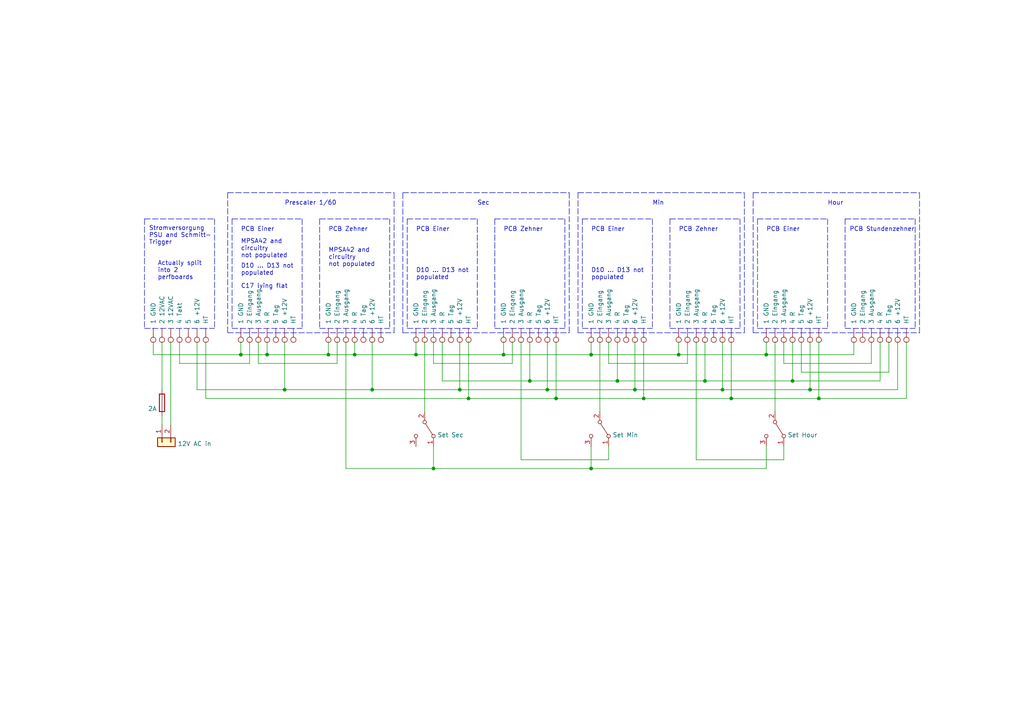
<source format=kicad_sch>
(kicad_sch (version 20211123) (generator eeschema)
  (paper "A4")
  (lib_symbols
    (symbol "Connector:TestPoint" (pin_numbers hide) (pin_names (offset 0.762) hide)
      (property "Reference" "TP" (at 0 6.858 0))
      (property "Value" "TestPoint" (at 0 5.08 0))
      (symbol "TestPoint_0_1"
        (circle (center 0 3.302) (radius 0.762))
      )
      (symbol "TestPoint_1_1"
        (pin passive line (at 0 0 90) (length 2.54) (name "1") (number "1"))
      )
    )
    (symbol "Connector_Generic:Conn_01x02" (pin_names (offset 1.016) hide)
      (property "Reference" "J" (at 0 2.54 0))
      (property "Value" "Conn_01x02" (at 0 -5.08 0))
      (symbol "Conn_01x02_1_1"
        (rectangle (start -1.27 -2.413) (end 0 -2.667) (stroke (width 0.1524)))
        (rectangle (start -1.27 0.127) (end 0 -0.127) (stroke (width 0.1524)))
        (rectangle (start -1.27 1.27) (end 1.27 -3.81) (stroke (width 0.254)) (fill (type background)))
        (pin passive line (at -5.08 0 0) (length 3.81) (name "Pin_1") (number "1"))
        (pin passive line (at -5.08 -2.54 0) (length 3.81) (name "Pin_2") (number "2"))
      )
    )
    (symbol "Device:Fuse" (pin_numbers hide) (pin_names (offset 0))
      (property "Reference" "F" (at 2.032 0 90))
      (property "Value" "Fuse" (at -1.905 0 90))
      (symbol "Fuse_0_1"
        (rectangle (start -0.762 -2.54) (end 0.762 2.54) (stroke (width 0.254)))
        (polyline (pts (xy 0 2.54) (xy 0 -2.54)))
      )
      (symbol "Fuse_1_1"
        (pin passive line (at 0 3.81 270) (length 1.27) (name "~") (number "1"))
        (pin passive line (at 0 -3.81 90) (length 1.27) (name "~") (number "2"))
      )
    )
    (symbol "Switch:SW_DPDT_x2" (pin_names (offset 0) hide)
      (property "Reference" "SW" (at 0 4.318 0))
      (property "Value" "SW_DPDT_x2" (at 0 -5.08 0))
      (symbol "SW_DPDT_x2_0_0"
        (circle (center -2.032 0) (radius 0.508))
        (circle (center 2.032 -2.54) (radius 0.508))
      )
      (symbol "SW_DPDT_x2_0_1"
        (polyline (pts (xy -1.524 0.254) (xy 1.651 2.286)))
        (circle (center 2.032 2.54) (radius 0.508))
      )
      (symbol "SW_DPDT_x2_1_1"
        (pin passive line (at 5.08 2.54 180) (length 2.54) (name "A") (number "1"))
        (pin passive line (at -5.08 0 0) (length 2.54) (name "B") (number "2"))
        (pin passive line (at 5.08 -2.54 180) (length 2.54) (name "C") (number "3"))
      )
      (symbol "SW_DPDT_x2_2_1"
        (pin passive line (at 5.08 2.54 180) (length 2.54) (name "A") (number "4"))
        (pin passive line (at -5.08 0 0) (length 2.54) (name "B") (number "5"))
        (pin passive line (at 5.08 -2.54 180) (length 2.54) (name "C") (number "6"))
      )
    )
  )
  (junction (at 107.95 113.03))
  (junction (at 120.65 102.87))
  (junction (at 82.55 113.03))
  (junction (at 153.67 110.49))
  (junction (at 186.69 115.57))
  (junction (at 209.55 113.03))
  (junction (at 158.75 113.03))
  (junction (at 125.73 135.89))
  (junction (at 237.49 115.57))
  (junction (at 229.87 110.49))
  (junction (at 77.47 102.87))
  (junction (at 146.05 102.87))
  (junction (at 161.29 115.57))
  (junction (at 234.95 113.03))
  (junction (at 179.07 110.49))
  (junction (at 95.25 102.87))
  (junction (at 69.85 102.87))
  (junction (at 133.35 113.03))
  (junction (at 222.25 102.87))
  (junction (at 171.45 135.89))
  (junction (at 196.85 102.87))
  (junction (at 102.87 102.87))
  (junction (at 184.15 113.03))
  (junction (at 204.47 110.49))
  (junction (at 135.89 115.57))
  (junction (at 171.45 102.87))
  (junction (at 212.09 115.57))
  (polyline (pts (xy 41.91 74.93) (xy 41.91 95.25)))
  (polyline (pts (xy 167.64 96.52) (xy 215.9 96.52)))
  (polyline (pts (xy 66.04 55.88) (xy 114.3 55.88)))
  (polyline (pts (xy 219.71 95.25) (xy 236.22 95.25)))
  (polyline (pts (xy 66.04 55.88) (xy 66.04 96.52)))
  (polyline (pts (xy 92.71 95.25) (xy 109.22 95.25)))
  (polyline (pts (xy 265.43 74.93) (xy 265.43 95.25)))
  (wire (pts (xy 153.67 99.06) (xy 153.67 110.49)))
  (polyline (pts (xy 210.82 95.25) (xy 214.63 95.25)))
  (polyline (pts (xy 219.71 63.5) (xy 240.03 63.5)))
  (wire (pts (xy 252.73 99.06) (xy 252.73 105.41)))
  (polyline (pts (xy 116.84 96.52) (xy 165.1 96.52)))
  (polyline (pts (xy 113.03 63.5) (xy 113.03 74.93)))
  (wire (pts (xy 171.45 99.06) (xy 171.45 102.87)))
  (wire (pts (xy 234.95 99.06) (xy 234.95 113.03)))
  (wire (pts (xy 186.69 115.57) (xy 212.09 115.57)))
  (wire (pts (xy 237.49 99.06) (xy 237.49 115.57)))
  (polyline (pts (xy 189.23 74.93) (xy 189.23 95.25)))
  (wire (pts (xy 120.65 102.87) (xy 102.87 102.87)))
  (polyline (pts (xy 41.91 63.5) (xy 41.91 74.93)))
  (polyline (pts (xy 245.11 63.5) (xy 265.43 63.5)))
  (wire (pts (xy 196.85 102.87) (xy 171.45 102.87)))
  (polyline (pts (xy 168.91 63.5) (xy 168.91 74.93)))
  (polyline (pts (xy 218.44 96.52) (xy 266.7 96.52)))
  (wire (pts (xy 44.45 99.06) (xy 44.45 102.87)))
  (wire (pts (xy 74.93 99.06) (xy 74.93 105.41)))
  (wire (pts (xy 77.47 99.06) (xy 77.47 102.87)))
  (wire (pts (xy 262.89 99.06) (xy 262.89 115.57)))
  (wire (pts (xy 125.73 105.41) (xy 148.59 105.41)))
  (polyline (pts (xy 114.3 96.52) (xy 114.3 55.88)))
  (wire (pts (xy 229.87 110.49) (xy 204.47 110.49)))
  (polyline (pts (xy 87.63 74.93) (xy 87.63 95.25)))
  (wire (pts (xy 57.15 113.03) (xy 82.55 113.03)))
  (polyline (pts (xy 67.31 74.93) (xy 67.31 95.25)))
  (wire (pts (xy 74.93 105.41) (xy 97.79 105.41)))
  (wire (pts (xy 199.39 99.06) (xy 199.39 105.41)))
  (wire (pts (xy 146.05 99.06) (xy 146.05 102.87)))
  (polyline (pts (xy 87.63 63.5) (xy 87.63 74.93)))
  (wire (pts (xy 184.15 99.06) (xy 184.15 113.03)))
  (wire (pts (xy 171.45 102.87) (xy 146.05 102.87)))
  (polyline (pts (xy 160.02 95.25) (xy 163.83 95.25)))
  (polyline (pts (xy 163.83 63.5) (xy 163.83 74.93)))
  (wire (pts (xy 120.65 99.06) (xy 120.65 102.87)))
  (wire (pts (xy 95.25 102.87) (xy 77.47 102.87)))
  (polyline (pts (xy 261.62 95.25) (xy 265.43 95.25)))
  (wire (pts (xy 69.85 99.06) (xy 69.85 102.87)))
  (wire (pts (xy 204.47 110.49) (xy 179.07 110.49)))
  (polyline (pts (xy 167.64 55.88) (xy 215.9 55.88)))
  (wire (pts (xy 158.75 113.03) (xy 184.15 113.03)))
  (polyline (pts (xy 240.03 74.93) (xy 240.03 95.25)))
  (wire (pts (xy 107.95 113.03) (xy 133.35 113.03)))
  (wire (pts (xy 148.59 99.06) (xy 148.59 105.41)))
  (wire (pts (xy 146.05 102.87) (xy 120.65 102.87)))
  (wire (pts (xy 161.29 99.06) (xy 161.29 115.57)))
  (polyline (pts (xy 168.91 74.93) (xy 168.91 95.25)))
  (polyline (pts (xy 67.31 63.5) (xy 67.31 74.93)))
  (wire (pts (xy 69.85 102.87) (xy 44.45 102.87)))
  (wire (pts (xy 82.55 99.06) (xy 82.55 113.03)))
  (wire (pts (xy 227.33 99.06) (xy 227.33 105.41)))
  (polyline (pts (xy 118.11 95.25) (xy 134.62 95.25)))
  (polyline (pts (xy 218.44 55.88) (xy 266.7 55.88)))
  (wire (pts (xy 176.53 105.41) (xy 199.39 105.41)))
  (wire (pts (xy 201.93 133.35) (xy 227.33 133.35)))
  (polyline (pts (xy 67.31 63.5) (xy 87.63 63.5)))
  (wire (pts (xy 212.09 99.06) (xy 212.09 115.57)))
  (wire (pts (xy 158.75 99.06) (xy 158.75 113.03)))
  (wire (pts (xy 204.47 99.06) (xy 204.47 110.49)))
  (wire (pts (xy 227.33 105.41) (xy 252.73 105.41)))
  (polyline (pts (xy 194.31 63.5) (xy 214.63 63.5)))
  (wire (pts (xy 135.89 99.06) (xy 135.89 115.57)))
  (wire (pts (xy 135.89 115.57) (xy 161.29 115.57)))
  (wire (pts (xy 72.39 99.06) (xy 72.39 105.41)))
  (polyline (pts (xy 62.23 74.93) (xy 62.23 95.25)))
  (polyline (pts (xy 194.31 95.25) (xy 210.82 95.25)))
  (polyline (pts (xy 113.03 74.93) (xy 113.03 95.25)))
  (wire (pts (xy 46.99 120.65) (xy 46.99 123.19)))
  (wire (pts (xy 247.65 102.87) (xy 222.25 102.87)))
  (wire (pts (xy 229.87 99.06) (xy 229.87 110.49)))
  (wire (pts (xy 257.81 99.06) (xy 257.81 107.95)))
  (wire (pts (xy 209.55 113.03) (xy 234.95 113.03)))
  (polyline (pts (xy 58.42 95.25) (xy 62.23 95.25)))
  (polyline (pts (xy 163.83 74.93) (xy 163.83 95.25)))
  (wire (pts (xy 125.73 135.89) (xy 171.45 135.89)))
  (wire (pts (xy 196.85 99.06) (xy 196.85 102.87)))
  (wire (pts (xy 171.45 135.89) (xy 222.25 135.89)))
  (wire (pts (xy 209.55 99.06) (xy 209.55 113.03)))
  (polyline (pts (xy 143.51 63.5) (xy 163.83 63.5)))
  (polyline (pts (xy 165.1 55.88) (xy 165.1 96.52)))
  (polyline (pts (xy 236.22 95.25) (xy 240.03 95.25)))
  (wire (pts (xy 222.25 99.06) (xy 222.25 102.87)))
  (polyline (pts (xy 118.11 74.93) (xy 118.11 95.25)))
  (wire (pts (xy 171.45 129.54) (xy 171.45 135.89)))
  (wire (pts (xy 176.53 129.54) (xy 176.53 133.35)))
  (polyline (pts (xy 194.31 63.5) (xy 194.31 74.93)))
  (wire (pts (xy 59.69 115.57) (xy 135.89 115.57)))
  (polyline (pts (xy 245.11 63.5) (xy 245.11 74.93)))
  (polyline (pts (xy 92.71 63.5) (xy 113.03 63.5)))
  (wire (pts (xy 247.65 99.06) (xy 247.65 102.87)))
  (polyline (pts (xy 109.22 95.25) (xy 113.03 95.25)))
  (polyline (pts (xy 41.91 63.5) (xy 62.23 63.5)))
  (wire (pts (xy 52.07 99.06) (xy 52.07 105.41)))
  (polyline (pts (xy 116.84 96.52) (xy 116.84 55.88)))
  (wire (pts (xy 173.99 99.06) (xy 173.99 119.38)))
  (polyline (pts (xy 138.43 74.93) (xy 138.43 95.25)))
  (wire (pts (xy 186.69 99.06) (xy 186.69 115.57)))
  (polyline (pts (xy 215.9 96.52) (xy 215.9 55.88)))
  (wire (pts (xy 222.25 102.87) (xy 196.85 102.87)))
  (wire (pts (xy 237.49 115.57) (xy 262.89 115.57)))
  (wire (pts (xy 255.27 99.06) (xy 255.27 110.49)))
  (wire (pts (xy 133.35 113.03) (xy 158.75 113.03)))
  (polyline (pts (xy 83.82 95.25) (xy 87.63 95.25)))
  (wire (pts (xy 184.15 113.03) (xy 209.55 113.03)))
  (polyline (pts (xy 167.64 55.88) (xy 167.64 96.52)))
  (polyline (pts (xy 185.42 95.25) (xy 189.23 95.25)))
  (wire (pts (xy 232.41 99.06) (xy 232.41 107.95)))
  (polyline (pts (xy 143.51 63.5) (xy 143.51 74.93)))
  (wire (pts (xy 179.07 99.06) (xy 179.07 110.49)))
  (wire (pts (xy 153.67 110.49) (xy 128.27 110.49)))
  (polyline (pts (xy 66.04 96.52) (xy 114.3 96.52)))
  (polyline (pts (xy 143.51 95.25) (xy 160.02 95.25)))
  (polyline (pts (xy 245.11 95.25) (xy 261.62 95.25)))
  (wire (pts (xy 123.19 99.06) (xy 123.19 119.38)))
  (wire (pts (xy 125.73 129.54) (xy 125.73 135.89)))
  (polyline (pts (xy 143.51 74.93) (xy 143.51 95.25)))
  (wire (pts (xy 234.95 113.03) (xy 260.35 113.03)))
  (polyline (pts (xy 214.63 74.93) (xy 214.63 95.25)))
  (polyline (pts (xy 266.7 96.52) (xy 266.7 55.88)))
  (polyline (pts (xy 240.03 63.5) (xy 240.03 74.93)))
  (polyline (pts (xy 218.44 55.88) (xy 218.44 96.52)))
  (polyline (pts (xy 62.23 63.5) (xy 62.23 74.93)))
  (wire (pts (xy 102.87 102.87) (xy 95.25 102.87)))
  (wire (pts (xy 227.33 129.54) (xy 227.33 133.35)))
  (polyline (pts (xy 67.31 95.25) (xy 83.82 95.25)))
  (wire (pts (xy 59.69 99.06) (xy 59.69 115.57)))
  (wire (pts (xy 77.47 102.87) (xy 69.85 102.87)))
  (polyline (pts (xy 92.71 63.5) (xy 92.71 74.93)))
  (polyline (pts (xy 41.91 95.25) (xy 58.42 95.25)))
  (wire (pts (xy 176.53 99.06) (xy 176.53 105.41)))
  (wire (pts (xy 125.73 99.06) (xy 125.73 105.41)))
  (wire (pts (xy 100.33 99.06) (xy 100.33 135.89)))
  (wire (pts (xy 95.25 99.06) (xy 95.25 102.87)))
  (polyline (pts (xy 214.63 63.5) (xy 214.63 74.93)))
  (wire (pts (xy 100.33 135.89) (xy 125.73 135.89)))
  (wire (pts (xy 57.15 99.06) (xy 57.15 113.03)))
  (wire (pts (xy 224.79 99.06) (xy 224.79 119.38)))
  (polyline (pts (xy 168.91 95.25) (xy 185.42 95.25)))
  (wire (pts (xy 179.07 110.49) (xy 153.67 110.49)))
  (polyline (pts (xy 245.11 74.93) (xy 245.11 95.25)))
  (wire (pts (xy 52.07 105.41) (xy 72.39 105.41)))
  (wire (pts (xy 97.79 99.06) (xy 97.79 105.41)))
  (wire (pts (xy 255.27 110.49) (xy 229.87 110.49)))
  (polyline (pts (xy 194.31 74.93) (xy 194.31 95.25)))
  (polyline (pts (xy 116.84 55.88) (xy 165.1 55.88)))
  (wire (pts (xy 82.55 113.03) (xy 107.95 113.03)))
  (wire (pts (xy 260.35 99.06) (xy 260.35 113.03)))
  (polyline (pts (xy 219.71 63.5) (xy 219.71 74.93)))
  (wire (pts (xy 49.53 99.06) (xy 49.53 123.19)))
  (wire (pts (xy 161.29 115.57) (xy 186.69 115.57)))
  (wire (pts (xy 107.95 99.06) (xy 107.95 113.03)))
  (polyline (pts (xy 118.11 63.5) (xy 118.11 74.93)))
  (wire (pts (xy 201.93 99.06) (xy 201.93 133.35)))
  (wire (pts (xy 151.13 99.06) (xy 151.13 133.35)))
  (polyline (pts (xy 134.62 95.25) (xy 138.43 95.25)))
  (polyline (pts (xy 265.43 63.5) (xy 265.43 74.93)))
  (wire (pts (xy 133.35 99.06) (xy 133.35 113.03)))
  (polyline (pts (xy 219.71 74.93) (xy 219.71 95.25)))
  (polyline (pts (xy 118.11 63.5) (xy 138.43 63.5)))
  (wire (pts (xy 257.81 107.95) (xy 232.41 107.95)))
  (polyline (pts (xy 92.71 74.93) (xy 92.71 95.25)))
  (wire (pts (xy 151.13 133.35) (xy 176.53 133.35)))
  (wire (pts (xy 222.25 135.89) (xy 222.25 129.54)))
  (wire (pts (xy 46.99 99.06) (xy 46.99 113.03)))
  (polyline (pts (xy 138.43 63.5) (xy 138.43 74.93)))
  (polyline (pts (xy 189.23 63.5) (xy 189.23 74.93)))
  (wire (pts (xy 128.27 99.06) (xy 128.27 110.49)))
  (polyline (pts (xy 168.91 63.5) (xy 189.23 63.5)))
  (wire (pts (xy 212.09 115.57) (xy 237.49 115.57)))
  (wire (pts (xy 102.87 99.06) (xy 102.87 102.87)))
  (text "Hour" (at 240.03 59.69 0) (effects (font (size 1.27 1.27)) (justify left bottom)))
  (text "MPSA42 and \ncircuitry \nnot populated" (at 69.85 74.93 0) (effects (font (size 1.27 1.27)) (justify left bottom)))
  (text "PCB Einer\n" (at 69.85 67.31 0) (effects (font (size 1.27 1.27)) (justify left bottom)))
  (text "D10 ... D13 not\npopulated\n" (at 69.85 80.01 0) (effects (font (size 1.27 1.27)) (justify left bottom)))
  (text "Stromversorgung\nPSU and Schmitt-\nTrigger" (at 43.18 71.12 0) (effects (font (size 1.27 1.27)) (justify left bottom)))
  (text "C17 lying flat" (at 69.85 83.82 0) (effects (font (size 1.27 1.27)) (justify left bottom)))
  (text "PCB Zehner\n" (at 146.05 67.31 0) (effects (font (size 1.27 1.27)) (justify left bottom)))
  (text "Prescaler 1/60" (at 82.55 59.69 0) (effects (font (size 1.27 1.27)) (justify left bottom)))
  (text "PCB Einer\n" (at 171.45 67.31 0) (effects (font (size 1.27 1.27)) (justify left bottom)))
  (text "Actually split \ninto 2 \nperfboards" (at 45.72 81.28 0) (effects (font (size 1.27 1.27)) (justify left bottom)))
  (text "MPSA42 and \ncircuitry \nnot populated" (at 95.25 77.47 0) (effects (font (size 1.27 1.27)) (justify left bottom)))
  (text "D10 ... D13 not\npopulated\n" (at 171.45 81.28 0) (effects (font (size 1.27 1.27)) (justify left bottom)))
  (text "PCB Stundenzehner\n" (at 246.38 67.31 0) (effects (font (size 1.27 1.27)) (justify left bottom)))
  (text "PCB Zehner\n" (at 196.85 67.31 0) (effects (font (size 1.27 1.27)) (justify left bottom)))
  (text "D10 ... D13 not\npopulated\n" (at 120.65 81.28 0) (effects (font (size 1.27 1.27)) (justify left bottom)))
  (text "PCB Einer\n" (at 222.25 67.31 0) (effects (font (size 1.27 1.27)) (justify left bottom)))
  (text "Sec" (at 138.43 59.69 0) (effects (font (size 1.27 1.27)) (justify left bottom)))
  (text "PCB Zehner\n" (at 95.25 67.31 0) (effects (font (size 1.27 1.27)) (justify left bottom)))
  (text "Min" (at 189.23 59.69 0) (effects (font (size 1.27 1.27)) (justify left bottom)))
  (text "PCB Einer\n" (at 120.65 67.31 0) (effects (font (size 1.27 1.27)) (justify left bottom)))
  (symbol (lib_id "Connector:TestPoint") (at 252.73 95.25 180) (unit 1)
    (property "Reference" "TP?" (effects hide))
    (property "Value" "3 Ausgang" (at 252.73 93.98 90) (effects (justify right)))
  )
  (symbol (lib_id "Connector:TestPoint") (at 212.09 95.25 180) (unit 1)
    (property "Reference" "TP?" (effects hide))
    (property "Value" "HT" (at 212.09 93.98 90) (effects (justify right)))
  )
  (symbol (lib_id "Connector:TestPoint") (at 232.41 95.25 180) (unit 1)
    (property "Reference" "TP?" (effects hide))
    (property "Value" "5 Tag" (at 232.41 93.98 90) (effects (justify right)))
  )
  (symbol (lib_id "Connector:TestPoint") (at 247.65 95.25 180) (unit 1)
    (property "Reference" "TP?" (effects hide))
    (property "Value" "1 GND" (at 247.65 93.98 90) (effects (justify right)))
  )
  (symbol (lib_id "Connector:TestPoint") (at 186.69 95.25 180) (unit 1)
    (property "Reference" "TP?" (effects hide))
    (property "Value" "HT" (at 186.69 93.98 90) (effects (justify right)))
  )
  (symbol (lib_id "Connector:TestPoint") (at 59.69 95.25 180) (unit 1)
    (property "Reference" "TP?" (effects hide))
    (property "Value" "HT" (at 59.69 93.98 90) (effects (justify right)))
  )
  (symbol (lib_id "Connector:TestPoint") (at 135.89 95.25 180) (unit 1)
    (property "Reference" "TP?" (effects hide))
    (property "Value" "HT" (at 135.89 93.98 90) (effects (justify right)))
  )
  (symbol (lib_id "Connector:TestPoint") (at 128.27 95.25 180) (unit 1)
    (property "Reference" "TP?" (effects hide))
    (property "Value" "4 R" (at 128.27 93.98 90) (effects (justify right)))
  )
  (symbol (lib_id "Connector:TestPoint") (at 207.01 95.25 180) (unit 1)
    (property "Reference" "TP?" (effects hide))
    (property "Value" "5 Tag" (at 207.01 93.98 90) (effects (justify right)))
  )
  (symbol (lib_id "Connector:TestPoint") (at 204.47 95.25 180) (unit 1)
    (property "Reference" "TP?" (effects hide))
    (property "Value" "4 R" (at 204.47 93.98 90) (effects (justify right)))
  )
  (symbol (lib_id "Connector:TestPoint") (at 229.87 95.25 180) (unit 1)
    (property "Reference" "TP?" (effects hide))
    (property "Value" "4 R" (at 229.87 93.98 90) (effects (justify right)))
  )
  (symbol (lib_id "Connector:TestPoint") (at 120.65 95.25 180) (unit 1)
    (property "Reference" "TP?" (effects hide))
    (property "Value" "1 GND" (at 120.65 93.98 90) (effects (justify right)))
  )
  (symbol (lib_id "Connector:TestPoint") (at 179.07 95.25 180) (unit 1)
    (property "Reference" "TP?" (effects hide))
    (property "Value" "4 R" (at 179.07 93.98 90) (effects (justify right)))
  )
  (symbol (lib_id "Switch:SW_DPDT_x2") (at 224.79 124.46 270) (unit 1)
    (property "Reference" "SW?" (effects hide))
    (property "Value" "Set Hour" (at 228.473 126.1622 90) (effects (justify left)))
  )
  (symbol (lib_id "Connector:TestPoint") (at 125.73 95.25 180) (unit 1)
    (property "Reference" "TP?" (effects hide))
    (property "Value" "3 Ausgang" (at 125.73 93.98 90) (effects (justify right)))
  )
  (symbol (lib_id "Switch:SW_DPDT_x2") (at 173.99 124.46 270) (unit 1)
    (property "Reference" "SW?" (effects hide))
    (property "Value" "Set Min" (at 177.673 126.1622 90) (effects (justify left)))
  )
  (symbol (lib_id "Connector:TestPoint") (at 44.45 95.25 180) (unit 1)
    (property "Reference" "TP?" (effects hide))
    (property "Value" "1 GND" (at 44.45 93.98 90) (effects (justify right)))
  )
  (symbol (lib_id "Connector:TestPoint") (at 260.35 95.25 180) (unit 1)
    (property "Reference" "TP?" (effects hide))
    (property "Value" "6 +12V" (at 260.35 93.98 90) (effects (justify right)))
  )
  (symbol (lib_id "Connector:TestPoint") (at 57.15 95.25 180) (unit 1)
    (property "Reference" "TP?" (effects hide))
    (property "Value" "6 +12V" (at 57.15 93.98 90) (effects (justify right)))
  )
  (symbol (lib_id "Connector:TestPoint") (at 46.99 95.25 180) (unit 1)
    (property "Reference" "TP?" (effects hide))
    (property "Value" "2 12VAC" (at 46.99 93.98 90) (effects (justify right)))
  )
  (symbol (lib_id "Connector:TestPoint") (at 148.59 95.25 180) (unit 1)
    (property "Reference" "TP?" (effects hide))
    (property "Value" "2 Eingang" (at 148.59 93.98 90) (effects (justify right)))
  )
  (symbol (lib_id "Connector:TestPoint") (at 151.13 95.25 180) (unit 1)
    (property "Reference" "TP?" (effects hide))
    (property "Value" "3 Ausgang" (at 151.13 93.98 90) (effects (justify right)))
  )
  (symbol (lib_id "Connector:TestPoint") (at 105.41 95.25 180) (unit 1)
    (property "Reference" "TP?" (effects hide))
    (property "Value" "5 Tag" (at 105.41 93.98 90) (effects (justify right)))
  )
  (symbol (lib_id "Connector:TestPoint") (at 262.89 95.25 180) (unit 1)
    (property "Reference" "TP?" (effects hide))
    (property "Value" "HT" (at 262.89 93.98 90) (effects (justify right)))
  )
  (symbol (lib_id "Connector:TestPoint") (at 49.53 95.25 180) (unit 1)
    (property "Reference" "TP?" (effects hide))
    (property "Value" "3 12VAC" (at 49.53 93.98 90) (effects (justify right)))
  )
  (symbol (lib_id "Connector:TestPoint") (at 74.93 95.25 180) (unit 1)
    (property "Reference" "TP?" (effects hide))
    (property "Value" "3 Ausgang" (at 74.93 93.98 90) (effects (justify right)))
  )
  (symbol (lib_id "Connector:TestPoint") (at 82.55 95.25 180) (unit 1)
    (property "Reference" "TP?" (effects hide))
    (property "Value" "6 +12V" (at 82.55 93.98 90) (effects (justify right)))
  )
  (symbol (lib_id "Connector:TestPoint") (at 199.39 95.25 180) (unit 1)
    (property "Reference" "TP?" (effects hide))
    (property "Value" "2 Eingang" (at 199.39 93.98 90) (effects (justify right)))
  )
  (symbol (lib_id "Connector:TestPoint") (at 158.75 95.25 180) (unit 1)
    (property "Reference" "TP?" (effects hide))
    (property "Value" "6 +12V" (at 158.75 93.98 90) (effects (justify right)))
  )
  (symbol (lib_id "Connector:TestPoint") (at 257.81 95.25 180) (unit 1)
    (property "Reference" "TP?" (effects hide))
    (property "Value" "5 Tag" (at 257.81 93.98 90) (effects (justify right)))
  )
  (symbol (lib_id "Connector:TestPoint") (at 176.53 95.25 180) (unit 1)
    (property "Reference" "TP?" (effects hide))
    (property "Value" "3 Ausgang" (at 176.53 93.98 90) (effects (justify right)))
  )
  (symbol (lib_id "Connector:TestPoint") (at 107.95 95.25 180) (unit 1)
    (property "Reference" "TP?" (effects hide))
    (property "Value" "6 +12V" (at 107.95 93.98 90) (effects (justify right)))
  )
  (symbol (lib_id "Connector:TestPoint") (at 173.99 95.25 180) (unit 1)
    (property "Reference" "TP?" (effects hide))
    (property "Value" "2 Eingang" (at 173.99 93.98 90) (effects (justify right)))
  )
  (symbol (lib_id "Connector:TestPoint") (at 110.49 95.25 180) (unit 1)
    (property "Reference" "TP?" (effects hide))
    (property "Value" "HT" (at 110.49 93.98 90) (effects (justify right)))
  )
  (symbol (lib_id "Connector:TestPoint") (at 123.19 95.25 180) (unit 1)
    (property "Reference" "TP?" (effects hide))
    (property "Value" "2 Eingang" (at 123.19 93.98 90) (effects (justify right)))
  )
  (symbol (lib_id "Connector:TestPoint") (at 80.01 95.25 180) (unit 1)
    (property "Reference" "TP?" (effects hide))
    (property "Value" "5 Tag" (at 80.01 93.98 90) (effects (justify right)))
  )
  (symbol (lib_id "Connector:TestPoint") (at 171.45 95.25 180) (unit 1)
    (property "Reference" "TP?" (effects hide))
    (property "Value" "1 GND" (at 171.45 93.98 90) (effects (justify right)))
  )
  (symbol (lib_id "Connector:TestPoint") (at 146.05 95.25 180) (unit 1)
    (property "Reference" "TP?" (effects hide))
    (property "Value" "1 GND" (at 146.05 93.98 90) (effects (justify right)))
  )
  (symbol (lib_id "Connector:TestPoint") (at 102.87 95.25 180) (unit 1)
    (property "Reference" "TP?" (effects hide))
    (property "Value" "4 R" (at 102.87 93.98 90) (effects (justify right)))
  )
  (symbol (lib_id "Connector:TestPoint") (at 153.67 95.25 180) (unit 1)
    (property "Reference" "TP?" (effects hide))
    (property "Value" "4 R" (at 153.67 93.98 90) (effects (justify right)))
  )
  (symbol (lib_id "Switch:SW_DPDT_x2") (at 123.19 124.46 270) (unit 1)
    (property "Reference" "SW?" (effects hide))
    (property "Value" "Set Sec" (at 126.873 126.1622 90) (effects (justify left)))
  )
  (symbol (lib_id "Connector:TestPoint") (at 133.35 95.25 180) (unit 1)
    (property "Reference" "TP?" (effects hide))
    (property "Value" "6 +12V" (at 133.35 93.98 90) (effects (justify right)))
  )
  (symbol (lib_id "Connector:TestPoint") (at 161.29 95.25 180) (unit 1)
    (property "Reference" "TP?" (effects hide))
    (property "Value" "HT" (at 161.29 93.98 90) (effects (justify right)))
  )
  (symbol (lib_id "Connector:TestPoint") (at 52.07 95.25 180) (unit 1)
    (property "Reference" "TP?" (effects hide))
    (property "Value" "4 Takt" (at 52.07 93.98 90) (effects (justify right)))
  )
  (symbol (lib_id "Device:Fuse") (at 46.99 116.84 0) (mirror y) (unit 1)
    (property "Reference" "F?" (effects hide))
    (property "Value" "2A" (at 45.466 118.5422 0) (effects (justify left)))
  )
  (symbol (lib_id "Connector:TestPoint") (at 234.95 95.25 180) (unit 1)
    (property "Reference" "TP?" (effects hide))
    (property "Value" "6 +12V" (at 234.95 93.98 90) (effects (justify right)))
  )
  (symbol (lib_id "Connector:TestPoint") (at 69.85 95.25 180) (unit 1)
    (property "Reference" "TP?" (effects hide))
    (property "Value" "1 GND" (at 69.85 93.98 90) (effects (justify right)))
  )
  (symbol (lib_id "Connector:TestPoint") (at 54.61 95.25 180) (unit 1)
    (property "Reference" "TP?" (effects hide))
    (property "Value" "5 " (at 54.61 93.98 90) (effects (justify right)))
  )
  (symbol (lib_id "Connector:TestPoint") (at 156.21 95.25 180) (unit 1)
    (property "Reference" "TP?" (effects hide))
    (property "Value" "5 Tag" (at 156.21 93.98 90) (effects (justify right)))
  )
  (symbol (lib_id "Connector_Generic:Conn_01x02") (at 46.99 128.27 90) (mirror x) (unit 1)
    (property "Reference" "J?" (effects hide))
    (property "Value" "12V AC in" (at 51.562 128.7038 90) (effects (justify right)))
  )
  (symbol (lib_id "Connector:TestPoint") (at 181.61 95.25 180) (unit 1)
    (property "Reference" "TP?" (effects hide))
    (property "Value" "5 Tag" (at 181.61 93.98 90) (effects (justify right)))
  )
  (symbol (lib_id "Connector:TestPoint") (at 85.09 95.25 180) (unit 1)
    (property "Reference" "TP?" (effects hide))
    (property "Value" "HT" (at 85.09 93.98 90) (effects (justify right)))
  )
  (symbol (lib_id "Connector:TestPoint") (at 97.79 95.25 180) (unit 1)
    (property "Reference" "TP?" (effects hide))
    (property "Value" "2 Eingang" (at 97.79 93.98 90) (effects (justify right)))
  )
  (symbol (lib_id "Connector:TestPoint") (at 227.33 95.25 180) (unit 1)
    (property "Reference" "TP?" (effects hide))
    (property "Value" "3 Ausgang" (at 227.33 93.98 90) (effects (justify right)))
  )
  (symbol (lib_id "Connector:TestPoint") (at 201.93 95.25 180) (unit 1)
    (property "Reference" "TP?" (effects hide))
    (property "Value" "3 Ausgang" (at 201.93 93.98 90) (effects (justify right)))
  )
  (symbol (lib_id "Connector:TestPoint") (at 224.79 95.25 180) (unit 1)
    (property "Reference" "TP?" (effects hide))
    (property "Value" "2 Eingang" (at 224.79 93.98 90) (effects (justify right)))
  )
  (symbol (lib_id "Connector:TestPoint") (at 130.81 95.25 180) (unit 1)
    (property "Reference" "TP?" (effects hide))
    (property "Value" "5 Tag" (at 130.81 93.98 90) (effects (justify right)))
  )
  (symbol (lib_id "Connector:TestPoint") (at 250.19 95.25 180) (unit 1)
    (property "Reference" "TP?" (effects hide))
    (property "Value" "2 Eingang" (at 250.19 93.98 90) (effects (justify right)))
  )
  (symbol (lib_id "Connector:TestPoint") (at 237.49 95.25 180) (unit 1)
    (property "Reference" "TP?" (effects hide))
    (property "Value" "HT" (at 237.49 93.98 90) (effects (justify right)))
  )
  (symbol (lib_id "Connector:TestPoint") (at 196.85 95.25 180) (unit 1)
    (property "Reference" "TP?" (effects hide))
    (property "Value" "1 GND" (at 196.85 93.98 90) (effects (justify right)))
  )
  (symbol (lib_id "Connector:TestPoint") (at 95.25 95.25 180) (unit 1)
    (property "Reference" "TP?" (effects hide))
    (property "Value" "1 GND" (at 95.25 93.98 90) (effects (justify right)))
  )
  (symbol (lib_id "Connector:TestPoint") (at 77.47 95.25 180) (unit 1)
    (property "Reference" "TP?" (effects hide))
    (property "Value" "4 R" (at 77.47 93.98 90) (effects (justify right)))
  )
  (symbol (lib_id "Connector:TestPoint") (at 255.27 95.25 180) (unit 1)
    (property "Reference" "TP?" (effects hide))
    (property "Value" "4 R" (at 255.27 93.98 90) (effects (justify right)))
  )
  (symbol (lib_id "Connector:TestPoint") (at 184.15 95.25 180) (unit 1)
    (property "Reference" "TP?" (effects hide))
    (property "Value" "6 +12V" (at 184.15 93.98 90) (effects (justify right)))
  )
  (symbol (lib_id "Connector:TestPoint") (at 209.55 95.25 180) (unit 1)
    (property "Reference" "TP?" (effects hide))
    (property "Value" "6 +12V" (at 209.55 93.98 90) (effects (justify right)))
  )
  (symbol (lib_id "Connector:TestPoint") (at 100.33 95.25 180) (unit 1)
    (property "Reference" "TP?" (effects hide))
    (property "Value" "3 Ausgang" (at 100.33 93.98 90) (effects (justify right)))
  )
  (symbol (lib_id "Connector:TestPoint") (at 222.25 95.25 180) (unit 1)
    (property "Reference" "TP?" (effects hide))
    (property "Value" "1 GND" (at 222.25 93.98 90) (effects (justify right)))
  )
  (symbol (lib_id "Connector:TestPoint") (at 72.39 95.25 180) (unit 1)
    (property "Reference" "TP?" (effects hide))
    (property "Value" "2 Eingang" (at 72.39 93.98 90) (effects (justify right)))
  )
)
</source>
